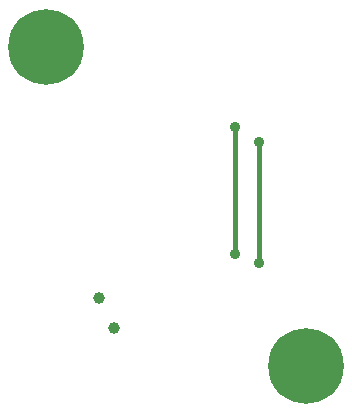
<source format=gbr>
%TF.GenerationSoftware,KiCad,Pcbnew,9.0.0*%
%TF.CreationDate,2025-02-28T01:07:07-08:00*%
%TF.ProjectId,CAN Adapter Board - R1,43414e20-4164-4617-9074-657220426f61,rev?*%
%TF.SameCoordinates,Original*%
%TF.FileFunction,Copper,L2,Bot*%
%TF.FilePolarity,Positive*%
%FSLAX46Y46*%
G04 Gerber Fmt 4.6, Leading zero omitted, Abs format (unit mm)*
G04 Created by KiCad (PCBNEW 9.0.0) date 2025-02-28 01:07:07*
%MOMM*%
%LPD*%
G01*
G04 APERTURE LIST*
%TA.AperFunction,ComponentPad*%
%ADD10C,0.800000*%
%TD*%
%TA.AperFunction,ComponentPad*%
%ADD11C,6.400000*%
%TD*%
%TA.AperFunction,ViaPad*%
%ADD12C,0.889000*%
%TD*%
%TA.AperFunction,ViaPad*%
%ADD13C,1.000000*%
%TD*%
%TA.AperFunction,Conductor*%
%ADD14C,0.400000*%
%TD*%
G04 APERTURE END LIST*
D10*
%TO.P,H1,1*%
%TO.N,N/C*%
X1600000Y31000000D03*
X2302944Y32697056D03*
X2302944Y29302944D03*
X4000000Y33400000D03*
D11*
X4000000Y31000000D03*
D10*
X4000000Y28600000D03*
X5697056Y32697056D03*
X5697056Y29302944D03*
X6400000Y31000000D03*
%TD*%
%TO.P,H2,1*%
%TO.N,N/C*%
X23600000Y4000000D03*
X24302944Y5697056D03*
X24302944Y2302944D03*
X26000000Y6400000D03*
D11*
X26000000Y4000000D03*
D10*
X26000000Y1600000D03*
X27697056Y5697056D03*
X27697056Y2302944D03*
X28400000Y4000000D03*
%TD*%
D12*
%TO.N,/RS485-A*%
X20000000Y24250000D03*
X20000000Y13500000D03*
%TO.N,/RS485-B*%
X22000000Y23000000D03*
X22000000Y12750000D03*
D13*
%TO.N,/CAN0_TX*%
X8500000Y9750000D03*
%TO.N,/CAN0_RX*%
X9750000Y7250000D03*
%TD*%
D14*
%TO.N,/RS485-A*%
X20000000Y13500000D02*
X20000000Y24250000D01*
%TO.N,/RS485-B*%
X22000000Y23000000D02*
X22000000Y12750000D01*
%TD*%
M02*

</source>
